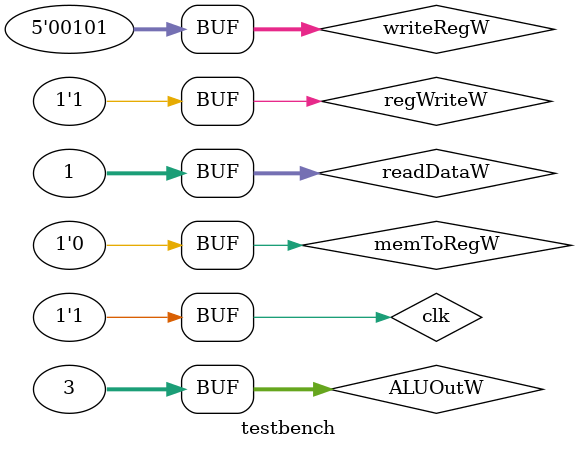
<source format=v>
`timescale 1ns/1ns

module testbench();
    reg clk;
    wire  memToRegW,regWriteW;
    wire [31:0] ALUOutW,readDataW;
    wire [4:0] writeRegW;
    wire [31:0] resultW;
    // wire  [31:0] resultW_reg;
    
    initial begin
        $dumpfile("testbench.vcd");
        $dumpvars(0,testbench);
        clk                  = 1;
        repeat(5000) #50 clk = ~clk;
    end
    assign memToRegW = 1'b0;
    assign regWriteW = 1'b1;
    assign ALUOutW   = 32'b00000000000000000000000000000011;
    assign readDataW = 32'b00000000000000000000000000000001;
    assign writeRegW = 5'b00101;
    writeBack writeBack(memToRegW,regWriteW, readDataW, ALUOutW,resultW,clk);
    // always @(*) begin
    //     $display("%0d",writeRegW);
    // end
    
endmodule
//test passed
</source>
